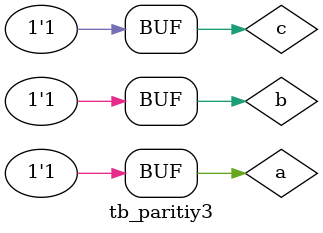
<source format=v>
/*--  *******************************************************
--  Computer Architecture Course, Laboratory Sources 
--  Amirkabir University of Technology (Tehran Polytechnic)
--  Department of Computer Engineering (CE-AUT)
--  https://ce[dot]aut[dot]ac[dot]ir
--  *******************************************************
--  All Rights reserved (C) 2019-2020
--  *******************************************************
--  Student ID  : 
--  Student Name: 
--  Student Mail: 
--  *******************************************************
--  Additional Comments:
--
--*/

/*-----------------------------------------------------------
---  Module Name: Paritiy Generator Testbench
---  Description: Lab 04 Part 3 and Part 4
-----------------------------------------------------------*/
`timescale 1 ns/1 ns

module paritiy3_gen (
	input a,
	input b,
	input c,
	output f	
);
	/* write your code here */
	xnor F(f,a,b,c);
	/* write your code here */

endmodule

module paritiy3_gen_sop (
	input a,
	input b,
	input c,
	output f	
);
	/* write your code here */
	assign f=(~a & ~b & ~c) | ( ~a & b & c) | ( a & ~b & c ) | (a & b & ~c) ;
	/* write your code here */

endmodule

module tb_paritiy3 ();

reg a;
reg b;
reg c;
wire f_parity_gen;
wire f_parity_gen_sop;
	
	paritiy3_gen t_paritiy3_gen (
		.a(a),
		.b(b),
		.c(c),
		.f(f_parity_gen));

	paritiy3_gen_sop t_paritiy3_gen_sop (
		.a(a), 
		.b(b), 
		.c(c), 
		.f(f_parity_gen_sop));


	initial 
		begin
		a <= 1'b0;
		b <= 1'b0;
		c <= 1'b0;
		# 10;
		 a <= 1'b0;
		 b <= 1'b0;
		 c <= 1'b1;
		 # 10;
		  a <= 1'b0;
		 b <= 1'b1;
		 c <= 1'b0;
		 # 10;
		  a <= 1'b0;
		 b <= 1'b1;
		 c <= 1'b1;
		 # 10;
		  a <= 1'b1;
		 b <= 1'b0;
		 c <= 1'b0;
		 # 10;
		  a <= 1'b1;
		 b <= 1'b0;
		 c <= 1'b1;
		 # 10;
		  a <= 1'b1;
		 b <= 1'b1;
		 c <= 1'b0;
		 # 10;
		  a <= 1'b1;
		 b <= 1'b1;
		 c <= 1'b1;
		 # 10;
		 
		
	end

endmodule

</source>
